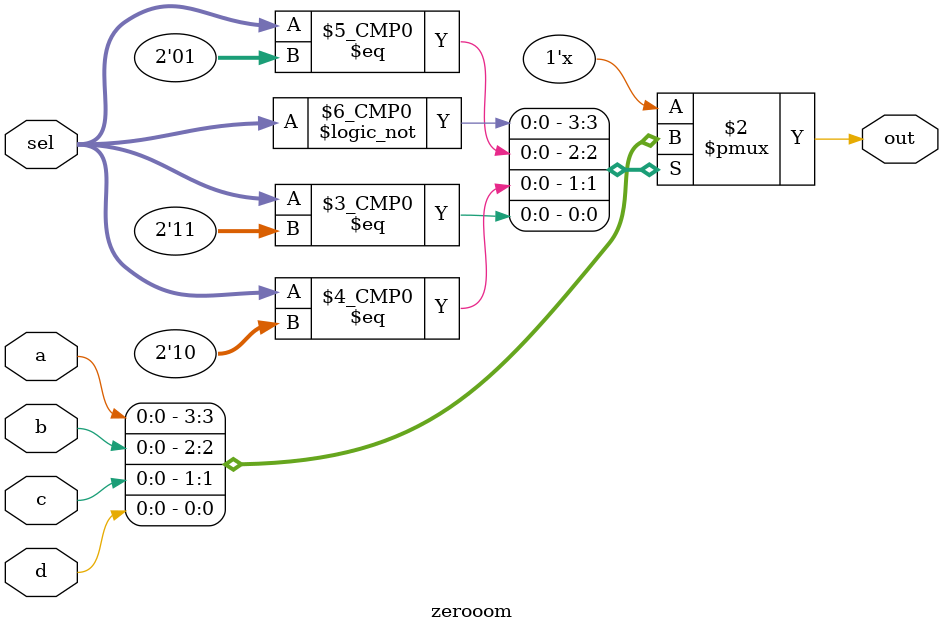
<source format=v>

module zerooom (a,b,c,d,sel,out);

	input a,b,c,d;
	input [1:0] sel;

	output out;   ////////wb[1]
	reg out;

	always @(a or b or c or d or sel) 
	
	begin : proc_
		case(sel)
			2'b00 : out = a;
			2'b01 : out = b;
			2'b10 : out = c;
			2'b11 : out = d;
		endcase 
	end

endmodule
</source>
